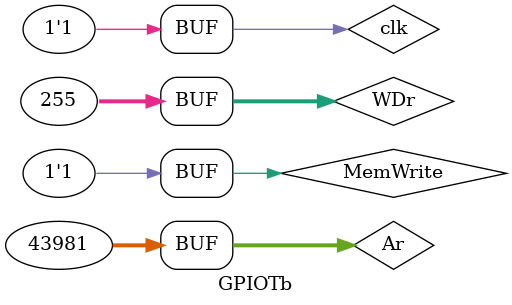
<source format=v>
`timescale 1ns / 1ps
/*
Objetivo:
	Probar que el modulo sólo escribe al GPIO cuando es la dirección 0xABCD y cuando se trata de una escritura en memoria.

Procedimiento:
	Se inicializa el clk en 0 y luego se pasa a 1 para generar el flanco positivo de reloj.
	Se asigna el valor de 32'hABCD a la entrada Ar.
	Se le asigna el valor de 1'b1 a la entrada MemWrite.
	Se le asigna el valor de 32'd255 a la entrada WDr.
	La salida debería ser 32'd255, ya que esta es la única condición que permite escribir en el GPIO.
*/
module GPIOTb;

	// Inputs
	reg [31:0] Ar;
	reg MemWrite;
	reg [31:0] WDr;
	reg clk;

	// Outputs
	wire [31:0] Outr;

	// Instantiate the Unit Under Test (UUT)
	GPIO uut (
		.Ar(Ar), 
		.MemWrite(MemWrite), 
		.WDr(WDr), 
		.clk(clk), 
		.Outr(Outr)
	);

	initial 
		begin
			// Initialize Inputs
			Ar = 0;
			MemWrite = 0;
			WDr = 0;
			clk = 0;
			// Wait 100 ns for global reset to finish
			#100;
			// Add stimulus here
			clk = 1;
			Ar = 32'hABCD;
			MemWrite = 1'b1;
			WDr = 32'd255;
		end
endmodule


</source>
